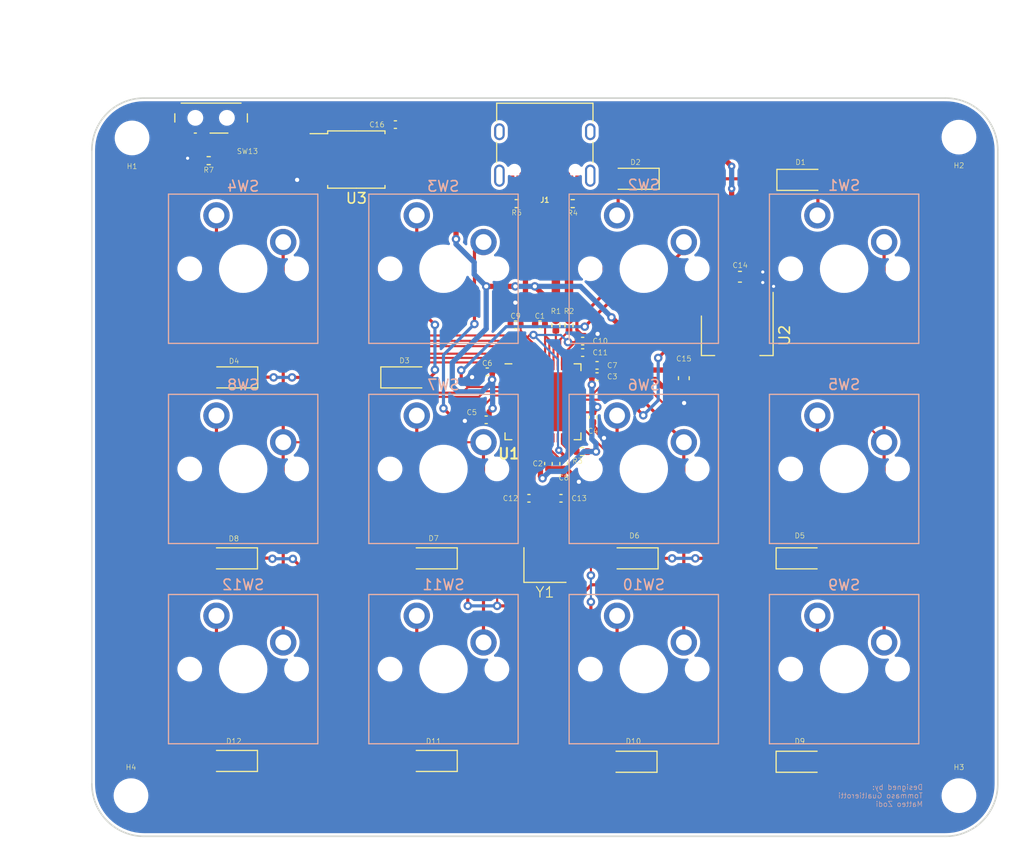
<source format=kicad_pcb>
(kicad_pcb (version 20211014) (generator pcbnew)
  (layers (0 "F.Cu" signal) (31 "B.Cu" power) (34 "B.Paste" user) (35 "F.Paste" user) (36 "B.SilkS" user "B.Silkscreen") (37 "F.SilkS" user "F.Silkscreen") (38 "B.Mask" user) (39 "F.Mask" user) (44 "Edge.Cuts" user))
  (net 0 "")
  (net 1 "+3V3")
  (net 2 "GND")
  (net 3 "+1V1")
  (net 4 "/XIN")
  (net 5 "/XOUT")
  (net 6 "VBUS")
  (net 7 "/ROW_0")
  (net 8 "Net-(D1-Pad2)")
  (net 9 "Net-(D2-Pad2)")
  (net 10 "Net-(D3-Pad2)")
  (net 11 "/ROW_1")
  (net 12 "Net-(D5-Pad2)")
  (net 13 "Net-(D6-Pad2)")
  (net 14 "/ROW_2")
  (net 15 "Net-(D7-Pad2)")
  (net 16 "Net-(D9-Pad2)")
  (net 17 "Net-(J1-PadA5)")
  (net 18 "/USB_D+")
  (net 19 "/USB_D-")
  (net 21 "Net-(J1-PadB5)")
  (net 24 "Net-(R1-Pad1)")
  (net 25 "Net-(R2-Pad1)")
  (net 26 "Net-(R3-Pad2)")
  (net 27 "/~{USB_BOOT}")
  (net 28 "/QSPI_SS")
  (net 29 "/COL_0")
  (net 30 "/COL_1")
  (net 31 "/COL_2")
  (net 55 "/QSPI_SD3")
  (net 56 "/QSPI_SCLK")
  (net 57 "/QSPI_SD0")
  (net 58 "/QSPI_SD2")
  (net 59 "/QSPI_SD1")
  (net 60 "Net-(D4-Pad2)")
  (net 61 "Net-(D8-Pad2)")
  (net 62 "Net-(D10-Pad2)")
  (net 63 "Net-(D11-Pad2)")
  (net 64 "Net-(D12-Pad2)")
  (net 65 "/COL_3")
  (footprint "Resistor_SMD:R_0402_1005Metric" (layer "F.Cu") (at 89.174 65.073 90)
    (fp_text reference "R1")
    (fp_text value "27.4")
  )
  (footprint "Diode_SMD:D_SOD-123" (layer "F.Cu") (at 96.7486 51.1302 180)
    (fp_text reference "D2")
    (fp_text value "D")
  )
  (footprint "Capacitor_SMD:C_0402_1005Metric" (layer "F.Cu") (at 86.614 81.534 180)
    (fp_text reference "C12")
    (fp_text value "10p")
  )
  (footprint "Button_Switch_SMD:SW_SPDT_PCM12" (layer "F.Cu") (at 56.388 45.6616 180)
    (fp_text reference "SW13")
    (fp_text value "SW_SPDT")
  )
  (footprint "Capacitor_SMD:C_0402_1005Metric" (layer "F.Cu") (at 87.658 65.024 180)
    (fp_text reference "C1")
    (fp_text value "100n")
  )
  (footprint "Capacitor_SMD:C_0402_1005Metric" (layer "F.Cu") (at 82.55 74.0664 180)
    (fp_text reference "C5")
    (fp_text value "100n")
  )
  (footprint "MountingHole:MountingHole_2.7mm_M2.5" (layer "F.Cu") (at 127.508 109.8296)
    (fp_text reference "H3")
    (fp_text value "MountingHole")
  )
  (footprint "Capacitor_SMD:C_0402_1005Metric" (layer "F.Cu") (at 89.916 78.232 90)
    (fp_text reference "C8")
    (fp_text value "100n")
  )
  (footprint "MountingHole:MountingHole_2.7mm_M2.5" (layer "F.Cu") (at 127.508 47.1678)
    (fp_text reference "H2")
    (fp_text value "MountingHole")
  )
  (footprint "Capacitor_SMD:C_0603_1608Metric" (layer "F.Cu") (at 106.68 60.452)
    (fp_text reference "C14")
    (fp_text value "10u")
  )
  (footprint "Package_TO_SOT_SMD:SOT-223-3_TabPin2" (layer "F.Cu") (at 106.426 66.04 -90)
    (fp_text reference "U2")
    (fp_text value "NCP1117-3.3_SOT223")
  )
  (footprint "Diode_SMD:D_SOD-123" (layer "F.Cu") (at 112.3696 87.249)
    (fp_text reference "D5")
    (fp_text value "D")
  )
  (footprint "Diode_SMD:D_SOD-123" (layer "F.Cu") (at 96.647 87.249 180)
    (fp_text reference "D6")
    (fp_text value "D")
  )
  (footprint "Diode_SMD:D_SOD-123" (layer "F.Cu") (at 58.547 87.249 180)
    (fp_text reference "D8")
    (fp_text value "D")
  )
  (footprint "Resistor_SMD:R_0402_1005Metric" (layer "F.Cu") (at 90.424 65.073 90)
    (fp_text reference "R2")
    (fp_text value "27.4")
  )
  (footprint "MountingHole:MountingHole_2.7mm_M2.5" (layer "F.Cu") (at 48.768 109.8296)
    (fp_text reference "H4")
    (fp_text value "MountingHole")
  )
  (footprint "Capacitor_SMD:C_0402_1005Metric" (layer "F.Cu") (at 91.722 66.576)
    (fp_text reference "C10")
    (fp_text value "1u")
  )
  (footprint "Diode_SMD:D_SOD-123" (layer "F.Cu") (at 112.4458 51.2318)
    (fp_text reference "D1")
    (fp_text value "D")
  )
  (footprint "Resistor_SMD:R_0402_1005Metric" (layer "F.Cu") (at 56.1594 49.403)
    (fp_text reference "R7")
    (fp_text value "1k")
  )
  (footprint "Resistor_SMD:R_0402_1005Metric" (layer "F.Cu") (at 90.7796 53.4924)
    (fp_text reference "R4")
    (fp_text value "5k1")
  )
  (footprint "Connector_USB:USB_C_Receptacle_XKB_U262-16XN-4BVC11" (layer "F.Cu") (at 88.1251 47.7266 180)
    (fp_text reference "J1")
    (fp_text value "USB_C_Receptacle_USB2.0")
  )
  (footprint "Capacitor_SMD:C_0402_1005Metric" (layer "F.Cu") (at 92.71 73.8124 -90)
    (fp_text reference "C4")
    (fp_text value "100n")
  )
  (footprint "Capacitor_SMD:C_0402_1005Metric" (layer "F.Cu") (at 73.914 45.974)
    (fp_text reference "C16")
    (fp_text value "100n")
  )
  (footprint "Capacitor_SMD:C_0402_1005Metric" (layer "F.Cu") (at 91.722 67.6682)
    (fp_text reference "C11")
    (fp_text value "1u")
  )
  (footprint "Capacitor_SMD:C_0402_1005Metric" (layer "F.Cu") (at 93.091 69.9516)
    (fp_text reference "C3")
    (fp_text value "100n")
  )
  (footprint "Diode_SMD:D_SOD-123" (layer "F.Cu") (at 96.5454 106.6038 180)
    (fp_text reference "D10")
    (fp_text value "D")
  )
  (footprint "Capacitor_SMD:C_0402_1005Metric" (layer "F.Cu") (at 88.4682 78.232 -90)
    (fp_text reference "C2")
    (fp_text value "100n")
  )
  (footprint "Resistor_SMD:R_0402_1005Metric" (layer "F.Cu") (at 85.45 53.4924 180)
    (fp_text reference "R5")
    (fp_text value "5k1")
  )
  (footprint "Diode_SMD:D_SOD-123" (layer "F.Cu") (at 58.547 106.5276 180)
    (fp_text reference "D12")
    (fp_text value "D")
  )
  (footprint "Package_SO:SOIC-8_5.23x5.23mm_P1.27mm" (layer "F.Cu") (at 70.2 49.3)
    (fp_text reference "U3")
    (fp_text value "W25Q128JVS")
  )
  (footprint "Capacitor_SMD:C_0402_1005Metric" (layer "F.Cu") (at 89.662 81.534)
    (fp_text reference "C13")
    (fp_text value "10p")
  )
  (footprint "Diode_SMD:D_SOD-123" (layer "F.Cu") (at 58.5724 70.0278 180)
    (fp_text reference "D4")
    (fp_text value "D")
  )
  (footprint "Capacitor_SMD:C_0603_1608Metric" (layer "F.Cu") (at 101.346 70.104 -90)
    (fp_text reference "C15")
    (fp_text value "10u")
  )
  (footprint "Package_DFN_QFN:QFN-56-1EP_7x7mm_P0.4mm_EP5.6x5.6mm" (layer "F.Cu") (at 87.95 72.348)
    (fp_text reference "U1")
    (fp_text value "RP2040")
  )
  (footprint "Capacitor_SMD:C_0402_1005Metric" (layer "F.Cu") (at 85.344 65.024 180)
    (fp_text reference "C9")
    (fp_text value "100n")
  )
  (footprint "Resistor_SMD:R_0402_1005Metric" (layer "F.Cu") (at 91.6666 77.089 180)
    (fp_text reference "R3")
    (fp_text value "10k")
  )
  (footprint "MountingHole:MountingHole_2.7mm_M2.5" (layer "F.Cu") (at 48.8696 47.244)
    (fp_text reference "H1")
    (fp_text value "MountingHole")
  )
  (footprint "Capacitor_SMD:C_0402_1005Metric" (layer "F.Cu") (at 93.091 68.8848)
    (fp_text reference "C7")
    (fp_text value "100n")
  )
  (footprint "Diode_SMD:D_SOD-123" (layer "F.Cu") (at 112.3696 106.6038)
    (fp_text reference "D9")
    (fp_text value "D")
  )
  (footprint "Diode_SMD:D_SOD-123" (layer "F.Cu") (at 77.5462 106.5276 180)
    (fp_text reference "D11")
    (fp_text value "D")
  )
  (footprint "Capacitor_SMD:C_0402_1005Metric" (layer "F.Cu") (at 82.6516 69.4944 180)
    (fp_text reference "C6")
    (fp_text value "100n")
  )
  (footprint "Diode_SMD:D_SOD-123" (layer "F.Cu") (at 74.7776 70.0278)
    (fp_text reference "D3")
    (fp_text value "D")
  )
  (footprint "Diode_SMD:D_SOD-123" (layer "F.Cu") (at 77.5462 87.249 180)
    (fp_text reference "D7")
    (fp_text value "D")
  )
  (footprint "Crystal:Crystal_SMD_3225-4Pin_3.2x2.5mm" (layer "F.Cu") (at 88.138 87.884)
    (fp_text reference "Y1")
    (fp_text value "12MHz")
  )
  (footprint "Switch_Keyboard_Cherry_MX:SW_Cherry_MX_PCB_1.00u" (layer "B.Cu") (at 78.486 78.74 180)
    (fp_text reference "SW7")
    (fp_text value "KEY_7_12")
  )
  (footprint "Switch_Keyboard_Cherry_MX:SW_Cherry_MX_PCB_1.00u" (layer "B.Cu") (at 116.586 78.74 180)
    (fp_text reference "SW5")
    (fp_text value "KEY_5_10")
  )
  (footprint "Switch_Keyboard_Cherry_MX:SW_Cherry_MX_PCB_1.00u" (layer "B.Cu") (at 97.536 59.69 180)
    (fp_text reference "SW2")
    (fp_text value "KEY_2_01")
  )
  (footprint "Switch_Keyboard_Cherry_MX:SW_Cherry_MX_PCB_1.00u" (layer "B.Cu") (at 97.536 78.74 180)
    (fp_text reference "SW6")
    (fp_text value "KEY_6_11")
  )
  (footprint "Switch_Keyboard_Cherry_MX:SW_Cherry_MX_PCB_1.00u" (layer "B.Cu") (at 97.536 97.79 180)
    (fp_text reference "SW10")
    (fp_text value "KEY_10_21")
  )
  (footprint "Switch_Keyboard_Cherry_MX:SW_Cherry_MX_PCB_1.00u" (layer "B.Cu") (at 59.436 78.74 180)
    (fp_text reference "SW8")
    (fp_text value "KEY_8_13")
  )
  (footprint "Switch_Keyboard_Cherry_MX:SW_Cherry_MX_PCB_1.00u" (layer "B.Cu") (at 116.586 59.69 180)
    (fp_text reference "SW1")
    (fp_text value "KEY_1_00")
  )
  (footprint "Switch_Keyboard_Cherry_MX:SW_Cherry_MX_PCB_1.00u" (layer "B.Cu") (at 78.486 97.79 180)
    (fp_text reference "SW11")
    (fp_text value "KEY_11_22")
  )
  (footprint "Switch_Keyboard_Cherry_MX:SW_Cherry_MX_PCB_1.00u" (layer "B.Cu") (at 116.586 97.79 180)
    (fp_text reference "SW9")
    (fp_text value "KEY_9_20")
  )
  (footprint "Switch_Keyboard_Cherry_MX:SW_Cherry_MX_PCB_1.00u" (layer "B.Cu") (at 59.436 97.79 180)
    (fp_text reference "SW12")
    (fp_text value "KEY_12_23")
  )
  (footprint "Switch_Keyboard_Cherry_MX:SW_Cherry_MX_PCB_1.00u" (layer "B.Cu") (at 59.436 59.69 180)
    (fp_text reference "SW4")
    (fp_text value "KEY_4_03")
  )
  (footprint "Switch_Keyboard_Cherry_MX:SW_Cherry_MX_PCB_1.00u" (layer "B.Cu") (at 78.486 59.69 180)
    (fp_text reference "SW3")
    (fp_text value "KEY_3_02")
  )
  (gr_line (start 50 43.45) (end 126.2 43.45) (layer "Edge.Cuts") (width 0.15))
  (gr_arc (start 126.2 43.45) (mid 129.732472 44.882098) (end 131.199997 48.4) (layer "Edge.Cuts") (width 0.15))
  (gr_arc (start 45.05 48.4) (mid 46.499821 44.899821) (end 50 43.45) (layer "Edge.Cuts") (width 0.15))
  (gr_line (start 131.199997 48.4) (end 131.2 108.75) (layer "Edge.Cuts") (width 0.15))
  (gr_arc (start 50 113.7) (mid 46.489465 112.225179) (end 45.049998 108.7) (layer "Edge.Cuts") (width 0.15))
  (gr_arc (start 131.2 108.75) (mid 129.725178 112.260533) (end 126.2 113.7) (layer "Edge.Cuts") (width 0.15))
  (gr_line (start 45.049998 108.7) (end 45.05 48.4) (layer "Edge.Cuts") (width 0.1))
  (gr_line (start 126.2 113.7) (end 50 113.7) (layer "Edge.Cuts") (width 0.15))
  (gr_text "Designed by:\nTommaso Gualtierotti\nMatteo Zodi" (at 124.1044 109.8296) (layer "B.SilkS") (effects (font (size 0.5 0.5) (thickness 0.05)) (justify left mirror)))
  (segment (start 92.611 68.8848) (end 92.611 68.5572) (width 0.2) (layer "F.Cu") (net 1))
  (segment (start 97.0658 69.329) (end 95.7834 68.0466) (width 0.5) (layer "F.Cu") (net 1))
  (segment (start 92.596378 69.966222) (end 92.611 69.9516) (width 0.5) (layer "F.Cu") (net 1))
  (segment (start 88.55 68.9105) (end 88.55 66.452) (width 0.2) (layer "F.Cu") (net 1))
  (segment (start 88.138 62.3316) (end 88.138 65.024) (width 0.5) (layer "F.Cu") (net 1))
  (segment (start 106.426 69.19) (end 101.485 69.19) (width 0.5) (layer "F.Cu") (net 1))
  (segment (start 91.3875 69.748) (end 92.4074 69.748) (width 0.2) (layer "F.Cu") (net 1))
  (segment (start 82.8294 73.8658) (end 83.03 74.0664) (width 0.5) (layer "F.Cu") (net 1))
  (segment (start 92.6944 73.348) (end 92.71 73.3324) (width 0.2) (layer "F.Cu") (net 1))
  (segment (start 79.6798 50.1396) (end 79.6798 56.8706) (width 0.5) (layer "F.Cu") (net 1))
  (segment (start 92.4306 68.3768) (end 91.4908 68.3768) (width 0.2) (layer "F.Cu") (net 1))
  (segment (start 58.838 47.2916) (end 60.788 47.2916) (width 0.5) (layer "F.Cu") (net 1))
  (segment (start 88.15 65.036) (end 88.138 65.024) (width 0.2) (layer "F.Cu") (net 1))
  (segment (start 92.611 68.6536) (end 93.218 68.0466) (width 0.2) (layer "F.Cu") (net 1))
  (segment (start 87.1728 61.3664) (end 88.138 62.3316) (width 0.5) (layer "F.Cu") (net 1))
  (segment (start 87.7082 79.4278) (end 87.9094 79.629) (width 0.5) (layer "F.Cu") (net 1))
  (segment (start 90.15 68.9105) (end 90.15 68.1174) (width 0.2) (layer "F.Cu") (net 1))
  (segment (start 88.15 66.052) (end 88.15 65.036) (width 0.2) (layer "F.Cu") (net 1))
  (segment (start 58.638 47.0916) (end 58.838 47.2916) (width 0.5) (layer "F.Cu") (net 1))
  (segment (start 88.4682 77.2922) (end 88.15 76.974) (width 0.2) (layer "F.Cu") (net 1))
  (segment (start 73.434 45.974) (end 73.434 47.029) (width 0.5) (layer "F.Cu") (net 1))
  (segment (start 84.2589 69.4944) (end 83.1316 69.4944) (width 0.2) (layer "F.Cu") (net 1))
  (segment (start 90.55 68.9105) (end 92.5853 68.9105) (width 0.2) (layer "F.Cu") (net 1))
  (segment (start 83.1596 72.9742) (end 82.8294 73.3044) (width 0.5) (layer "F.Cu") (net 1))
  (segment (start 83.1316 69.4944) (end 83.1316 70.2257) (width 0.5) (layer "F.Cu") (net 1))
  (segment (start 60.788 47.2916) (end 60.988 47.0916) (width 0.5) (layer "F.Cu") (net 1))
  (segment (start 88.283814 77.752) (end 87.7082 78.327614) (width 0.5) (layer "F.Cu") (net 1))
  (segment (start 82.55 61.3664) (end 85.3186 61.3664) (width 0.5) (layer "F.Cu") (net 1))
  (segment (start 92.611 68.8848) (end 92.611 69.9516) (width 0.2) (layer "F.Cu") (net 1))
  (segment (start 92.4074 69.748) (end 92.611 69.9516) (width 0.2) (layer "F.Cu") (net 1))
  (segment (start 88.15 76.974) (end 88.15 75.7855) (width 0.2) (layer "F.Cu") (net 1))
  (segment (start 60.988 47.0916) (end 63.9064 47.0916) (width 0.5) (layer "F.Cu") (net 1))
  (segment (start 83.2612 74.0664) (end 83.03 74.0664) (width 0.2) (layer "F.Cu") (net 1))
  (segment (start 101.346 69.329) (end 97.0658 69.329) (width 0.5) (layer "F.Cu") (net 1))
  (segment (start 90.5992 67.6682) (end 91.242 67.6682) (width 0.2) (layer "F.Cu") (net 1))
  (segment (start 79.2226 49.6824) (end 79.6798 50.1396) (width 0.5) (layer "F.Cu") (net 1))
  (segment (start 88.4682 77.752) (end 88.4682 77.2922) (width 0.2) (layer "F.Cu") (net 1))
  (segment (start 88.55 66.452) (end 88.15 66.052) (width 0.2) (layer "F.Cu") (net 1))
  (segment (start 94.4626 64.3128) (end 95.7834 65.6336) (width 0.5) (layer "F.Cu") (net 1))
  (segment (start 92.596378 70.726978) (end 92.596378 69.966222) (width 0.5) (layer "F.Cu") (net 1))
  (segment (start 92.5853 68.9105) (end 92.611 68.8848) (width 0.2) (layer "F.Cu") (net 1))
  (segment (start 87.7082 78.327614) (end 87.7082 79.4278) (width 0.5) (layer "F.Cu") (net 1))
  (segment (start 93.1164 72.8475) (end 93.1164 72.926) (width 0.5) (layer "F.Cu") (net 1))
  (segment (start 63.9064 47.0916) (end 65.024 45.974) (width 0.5) (layer "F.Cu") (net 1))
  (segment (start 91.4908 68.3768) (end 91.242 68.128) (width 0.2) (layer "F.Cu") (net 1))
  (segment (start 73.8 47.395) (end 76.9352 47.395) (width 0.5) (layer "F.Cu") (net 1))
  (segment (start 88.4682 77.752) (end 88.283814 77.752) (width 0.5) (layer "F.Cu") (net 1))
  (segment (start 95.7834 68.0466) (end 93.218 68.0466) (width 0.5) (layer "F.Cu") (net 1))
  (segment (start 76.9352 47.395) (end 79.2226 49.6824) (width 0.5) (layer "F.Cu") (net 1))
  (segment (start 91.242 68.128) (end 91.242 67.6682) (width 0.2) (layer "F.Cu") (net 1))
  (segment (start 73.434 47.029) (end 73.8 47.395) (width 0.5) (layer "F.Cu") (net 1))
  (segment (start 83.1316 70.2257) (end 83.1088 70.2485) (width 0.5) (layer "F.Cu") (net 1))
  (segment (start 90.15 68.1174) (end 90.5992 67.6682) (width 0.2) (layer "F.Cu") (net 1))
  (segment (start 88.15 68.9105) (end 88.15 66.052) (width 0.2) (layer "F.Cu") (net 1))
  (segment (start 106.426 62.89) (end 106.426 69.19) (width 0.5) (layer "F.Cu") (net 1))
  (segment (start 82.8294 73.3044) (end 82.8294 73.8658) (width 0.5) (layer "F.Cu") (net 1))
  (segment (start 101.485 69.19) (end 101.346 69.329) (width 0.5) (layer "F.Cu") (net 1))
  (segment (start 83.03 73.1038) (end 83.1596 72.9742) (width 0.2) (layer "F.Cu") (net 1))
  (segment (start 83.9796 73.348) (end 83.2612 74.0664) (width 0.2) (layer "F.Cu") (net 1))
  (segment (start 92.611 68.8848) (end 92.611 68.6536) (width 0.2) (layer "F.Cu") (net 1))
  (segment (start 95.7834 65.6336) (end 95.7834 68.0466) (width 0.5) (layer "F.Cu") (net 1))
  (segment (start 92.990756 77.089) (end 92.1766 77.089) (width 0.5) (layer "F.Cu") (net 1))
  (segment (start 91.3875 73.348) (end 92.6944 73.348) (width 0.2) (layer "F.Cu") (net 1))
  (segment (start 65.024 45.974) (end 73.434 45.974) (width 0.5) (layer "F.Cu") (net 1))
  (segment (start 84.5125 73.348) (end 83.9796 73.348) (width 0.2) (layer "F.Cu") (net 1))
  (segment (start 84.5125 69.748) (end 84.2589 69.4944) (width 0.2) (layer "F.Cu") (net 1))
  (segment (start 93.1164 72.926) (end 92.71 73.3324) (width 0.5) (layer "F.Cu") (net 1))
  (segment (start 92.611 68.5572) (end 92.4306 68.3768) (width 0.2) (layer "F.Cu") (net 1))
  (via (at 85.3186 61.3664) (size 0.8) (drill 0.4) (layers "F.Cu" "B.Cu") (net 1))
  (via (at 82.55 61.3664) (size 0.8) (drill 0.4) (layers "F.Cu" "B.Cu") (net 1))
  (via (at 83.1596 72.9742) (size 0.8) (drill 0.4) (layers "F.Cu" "B.Cu") (net 1))
  (via (at 92.990756 77.089) (size 0.8) (drill 0.4) (layers "F.Cu" "B.Cu") (net 1))
  (via (at 83.1088 70.2485) (size 0.8) (drill 0.4) (layers "F.Cu" "B.Cu") (net 1))
  (via (at 79.6798 56.8706) (size 0.8) (drill 0.4) (layers "F.Cu" "B.Cu") (net 1))
  (via (at 93.1164 72.8475) (size 0.8) (drill 0.4) (layers "F.Cu" "B.Cu") (net 1))
  (via (at 87.1728 61.3664) (size 0.8) (drill 0.4) (layers "F.Cu" "B.Cu") (net 1))
  (via (at 94.4626 64.3128) (size 0.8) (drill 0.4) (layers "F.Cu" "B.Cu") (net 1))
  (via (at 87.9094 79.629) (size 0.8) (drill 0.4) (layers "F.Cu" "B.Cu") (net 1))
  (via (at 92.596378 70.726978) (size 0.8) (drill 0.4) (layers "F.Cu" "B.Cu") (net 1))
  (segment (start 81.407 60.2234) (end 82.55 61.3664) (width 0.5) (layer "B.Cu") (net 1))
  (segment (start 83.1596 72.9742) (end 83.1596 70.2993) (width 0.5) (layer "B.Cu") (net 1))
  (segment (start 81.407 59.8932) (end 81.407 60.2234) (width 0.5) (layer "B.Cu") (net 1))
  (segment (start 83.1088 70.4342) (end 83.1088 70.2485) (width 0.5) (layer "B.Cu") (net 1))
  (segment (start 91.5162 61.3664) (end 94.4626 64.3128) (width 0.5) (layer "B.Cu") (net 1))
  (segment (start 92.990756 77.089) (end 91.8464 77.089) (width 0.5) (layer "B.Cu") (net 1))
  (segment (start 92.5966 75.9088) (end 92.5966 72.5288) (width 0.5) (layer "B.Cu") (net 1))
  (segment (start 81.407 59.075464) (end 81.407 59.8932) (width 0.5) (layer "B.Cu") (net 1))
  (segment (start 93.1164 72.8475) (end 92.7977 72.5288) (width 0.5) (layer "B.Cu") (net 1))
  (segment (start 79.3242 70.866) (end 79.8576 71.3994) (width 0.5) (layer "B.Cu") (net 1))
  (segment (start 87.1728 61.3664) (end 91.5162 61.3664) (width 0.5) (layer "B.Cu") (net 1))
  (segment (start 92.7977 72.5288) (end 92.5966 72.5288) (width 0.5) (layer "B.Cu") (net 1))
  (segment (start 92.5966 70.7272) (end 92.596378 70.726978) (width 0.5) (layer "B.Cu") (net 1))
  (segment (start 79.6798 56.8706) (end 79.6798 57.348264) (width 0.5) (layer "B.Cu") (net 1))
  (segment (start 92.990756 76.302956) (end 92.5966 75.9088) (width 0.5) (layer "B.Cu") (net 1))
  (segment (start 79.3242 68.6308) (end 79.3242 70.866) (width 0.5) (layer "B.Cu") (net 1))
  (segment (start 82.55 61.3664) (end 82.55 65.405) (width 0.5) (layer "B.Cu") (net 1))
  (segment (start 89.9668 78.9686) (end 88.5698 78.9686) (width 0.5) (layer "B.Cu") (net 1))
  (segment (start 92.990756 77.089) (end 92.990756 76.302956) (width 0.5) (layer "B.Cu") (net 1))
  (segment (start 88.5698 78.9686) (end 87.9094 79.629) (width 0.5) (layer "B.Cu") (net 1))
  (segment (start 79.6798 57.348264) (end 81.407 59.075464) (width 0.5) (layer "B.Cu") (net 1))
  (segment (start 83.1596 70.2993) (end 83.1088 70.2485) (width 0.2) (layer "B.Cu") (net 1))
  (segment (start 79.8576 71.3994) (end 82.1436 71.3994) (width 0.5) (layer "B.Cu") (net 1))
  (segment (start 82.1436 71.3994) (end 83.1088 70.4342) (width 0.5) (layer "B.Cu") (net 1))
  (segment (start 85.3186 61.3664) (end 87.1728 61.3664) (width 0.5) (layer "B.Cu") (net 1))
  (segment (start 92.5966 72.5288) (end 92.5966 70.7272) (width 0.5) (layer "B.Cu") (net 1))
  (segment (start 82.55 65.405) (end 79.3242 68.6308) (width 0.5) (layer "B.Cu") (net 1))
  (segment (start 91.8464 77.089) (end 89.9668 78.9686) (width 0.5) (layer "B.Cu") (net 1))
  (segment (start 92.202 67.6682) (end 92.202 66.576) (width 0.5) (layer "F.Cu") (net 2))
  (segment (start 81.7626 53.4924) (end 84.94 53.4924) (width 0.5) (layer "F.Cu") (net 2))
  (segment (start 84.7751 51.3966) (end 85.0751 51.3966) (width 0.3) (layer "F.Cu") (net 2))
  (segment (start 90.4884 88.734) (end 91.44 87.7824) (width 0.5) (layer "F.Cu") (net 2))
  (segment (start 91.44 87.7824) (end 91.44 82.7278) (width 0.5) (layer "F.Cu") (net 2))
  (segment (start 85.3186 63.881) (end 86.2838 63.881) (width 0.5) (layer "F.Cu") (net 2))
  (segment (start 86.95 75.7855) (end 86.95 73.348) (width 0.2) (layer "F.Cu") (net 2))
  (segment (start 74.394 45.974) (end 77.8764 45.974) (width 0.5) (layer "F.Cu") (net 2))
  (segment (start 101.346 70.879) (end 101.346 72.4408) (width 0.5) (layer "F.Cu") (net 2))
  (segment (start 92.202 66.576) (end 92.4534 66.576) (width 0.5) (layer "F.Cu") (net 2))
  (segment (start 86.2838 57.8866) (end 86.2838 63.881) (width 0.5) (layer "F.Cu") (net 2))
  (segment (start 87.249 64.3128) (end 87.249 64.953) (width 0.5) (layer "F.Cu") (net 2))
  (segment (start 81.7118 69.4944) (end 81.2038 70.0024) (width 0.5) (layer "F.Cu") (net 2))
  (segment (start 85.8774 81.2774) (end 85.8774 77.4446) (width 0.5) (layer "F.Cu") (net 2))
  (segment (start 81.026 49.1236) (end 81.026 52.7558) (width 0.5) (layer "F.Cu") (net 2))
  (segment (start 89.238 88.734) (end 90.4884 88.734) (width 0.5) (layer "F.Cu") (net 2))
  (segment (start 110.134 62.89) (end 108.726 62.89) (width 0.5) (layer "F.Cu") (net 2))
  (segment (start 86.2838 63.881) (end 86.8172 63.881) (width 0.5) (layer "F.Cu") (net 2))
  (segment (start 91.2896 54.866) (end 93.853 57.4294) (width 0.5) (layer "F.Cu") (net 2))
  (segment (start 85.1408 87.8586) (end 85.1408 89.9414) (width 0.5) (layer "F.Cu") (net 2))
  (segment (start 92.4534 66.576) (end 93.1418 65.8876) (width 0.5) (layer "F.Cu") (net 2))
  (segment (start 90.142 80.363) (end 90.142 81.534) (width 0.5) (layer "F.Cu") (net 2))
  (segment (start 84.94 53.4924) (end 84.9 53.4524) (width 0.5) (layer "F.Cu") (net 2))
  (segment (start 93.8504 70.231) (end 93.571 69.9516) (width 0.5) (layer "F.Cu") (net 2))
  (segment (start 84.864 65.024) (end 84.864 64.3356) (width 0.5) (layer "F.Cu") (net 2))
  (segment (start 89.916 80.137) (end 90.142 80.363) (width 0.5) (layer "F.Cu") (net 2))
  (segment (start 99.2762 70.879) (end 98.6282 70.231) (width 0.5) (layer "F.Cu") (net 2))
  (segment (start 86.106 81.506) (end 86.134 81.534) (width 0.2) (layer "F.Cu") (net 2))
  (segment (start 66.6 51.205) (end 64.5936 51.205) (width 0.5) (layer "F.Cu") (net 2))
  (segment (start 85.9654 87.034) (end 85.1408 87.8586) (width 0.5) (layer "F.Cu") (net 2))
  (segment (start 54.138 49.1596) (end 54.138 47.0916) (width 0.5) (layer "F.Cu") (net 2))
  (segment (start 101.346 70.879) (end 102.095 71.628) (width 0.5) (layer "F.Cu") (net 2))
  (segment (start 84.9 53.4524) (end 84.9 51.3966) (width 0.5) (layer "F.Cu") (net 2))
  (segment (start 93.853 61.976) (end 91.1726 64.6564) (width 0.3) (layer "F.Cu") (net 2))
  (segment (start 93.853 57.4294) (end 93.853 61.976) (width 0.5) (layer "F.Cu") (net 2))
  (segment (start 81.026 52.7558) (end 81.7626 53.4924) (width 0.5) (layer "F.Cu") (net 2))
  (segment (start 91.2896 53.4924) (end 91.2751 53.4779) (width 0.5) (layer "F.Cu") (net 2))
  (segment (start 86.8172 63.881) (end 87.249 64.3128) (width 0.5) (layer "F.Cu") (net 2))
  (segment (start 91.4751 51.3966) (end 91.1751 51.3966) (width 0.3) (layer "F.Cu") (net 2))
  (segment (start 54.1528 49.1744) (end 54.138 49.1596) (width 0.5) (layer "F.Cu") (net 2))
  (segment (start 82.07 74.0664) (end 80.6196 74.0664) (width 0.5) (layer "F.Cu") (net 2))
  (segment (start 93.571 68.8848) (end 93.571 69.9516) (width 0.5) (layer "F.Cu") (net 2))
  (segment (start 86.2838 63.881) (end 85.3186 62.9158) (width 0.5) (layer "F.Cu") (net 2))
  (segment (start 85.8774 77.4446) (end 86.106 77.216) (width 0.5) (layer "F.Cu") (net 2))
  (segment (start 86.95 75.7855) (end 86.95 76.372) (width 0.2) (layer "F.Cu") (net 2))
  (segment (start 87.038 87.034) (end 85.9654 87.034) (width 0.5) (layer "F.Cu") (net 2))
  (segment (start 86.95 73.348) (end 87.95 72.348) (width 0.2) (layer "F.Cu") (net 2))
  (segment (start 92.202 66.2058) (end 92.202 66.576) (width 0.3) (layer "F.Cu") (net 2))
  (segment (start 101.346 70.879) (end 99.2762 70.879) (width 0.5) (layer "F.Cu") (net 2))
  (segment (start 91.1726 65.512461) (end 91.611939 65.9518) (width 0.3) (layer "F.Cu") (net 2))
  (segment (start 86.134 81.534) (end 86.134 86.13) (width 0.5) (layer "F.Cu") (net 2))
  (segment (start 91.1726 64.6564) (end 91.1726 65.512461) (width 0.3) (layer "F.Cu") (net 2))
  (segment (start 77.8764 45.974) (end 81.026 49.1236) (width 0.5) (layer "F.Cu") (net 2))
  (segment (start 84.94 56.5428) (end 86.2838 57.8866) (width 0.5) (layer "F.Cu") (net 2))
  (segment (start 80.6196 74.0664) (end 80.518 74.168) (width 0.5) (layer "F.Cu") (net 2))
  (segment (start 89.916 78.712) (end 90.1166 78.712) (width 0.5) (layer "F.Cu") (net 2))
  (segment (start 84.864 64.3356) (end 85.3186 63.881) (width 0.5) (layer "F.Cu") (net 2))
  (segment (start 91.611939 65.9518) (end 91.948 65.9518) (width 0.3) (layer "F.Cu") (net 2))
  (segment (start 89.916 78.712) (end 89.916 80.137) (width 0.5) (layer "F.Cu") (net 2))
  (segment (start 91.948 65.9518) (end 92.202 66.2058) (width 0.3) (layer "F.Cu") (net 2))
  (segment (start 109.982 71.628) (end 111.506 70.104) (width 0.5) (layer "F.Cu") (net 2))
  (segment (start 101.346 72.4408) (end 101.3714 72.4662) (width 0.5) (layer "F.Cu") (net 2))
  (segment (start 111.506 70.104) (end 111.506 64.262) (width 0.5) (layer "F.Cu") (net 2))
  (segment (start 89.238 89.6796) (end 89.238 88.734) (width 0.5) (layer "F.Cu") (net 2))
  (segment (start 82.1716 69.4944) (end 81.7118 69.4944) (width 0.5) (layer "F.Cu") (net 2))
  (segment (start 92.71 74.2924) (end 92.71 74.7522) (width 0.5) (layer "F.Cu") (net 2))
  (segment (start 88.1634 90.7542) (end 89.238 89.6796) (width 0.5) (layer "F.Cu") (net 2))
  (segment (start 88.646 78.712) (end 89.916 78.712) (width 0.5) (layer "F.Cu") (net 2))
  (segment (start 92.71 74.7522) (end 93.7514 75.7936) (width 0.5) (layer "F.Cu") (net 2))
  (segment (start 90.2462 81.534) (end 90.142 81.534) (width 0.5) (layer "F.Cu") (net 2))
  (segment (start 64.5936 51.205) (end 64.5668 51.2318) (width 0.5) (layer "F.Cu") (net 2))
  (segment (start 91.2751 53.4779) (end 91.2751 51.3966) (width 0.5) (layer "F.Cu") (net 2))
  (segment (start 91.2896 53.4924) (end 91.2896 54.866) (width 0.5) (layer "F.Cu") (net 2))
  (segment (start 87.249 64.953) (end 87.178 65.024) (width 0.5) (layer "F.Cu") (net 2))
  (segment (start 90.1166 78.712) (end 91.3638 79.9592) (width 0.5) (layer "F.Cu") (net 2))
  (segment (start 98.6282 70.231) (end 93.8504 70.231) (width 0.5) (layer "F.Cu") (net 2))
  (segment (start 86.95 76.372) (end 86.106 77.216) (width 0.2) (layer "F.Cu") (net 2))
  (segment (start 85.9536 90.7542) (end 88.1634 90.7542) (width 0.5) (layer "F.Cu") (net 2))
  (segment (start 102.095 71.628) (end 109.982 71.628) (width 0.5) (layer "F.Cu") (net 2))
  (segment (start 91.44 82.7278) (end 90.2462 81.534) (width 0.5) (layer "F.Cu") (net 2))
  (segment (start 111.506 64.262) (end 110.134 62.89) (width 0.5) (layer "F.Cu") (net 2))
  (segment (start 86.134 81.534) (end 85.8774 81.2774) (width 0.5) (layer "F.Cu") (net 2))
  (segment (start 86.134 86.13) (end 87.038 87.034) (width 0.5) (layer "F.Cu") (net 2))
  (segment (start 84.94 53.4924) (end 84.94 56.5428) (width 0.5) (layer "F.Cu") (net 2))
  (segment (start 85.1408 89.9414) (end 85.9536 90.7542) (width 0.5) (layer "F.Cu") (net 2))
  (via (at 93.7514 75.7936) (size 0.8) (drill 0.4) (layers "F.Cu" "B.Cu") (net 2))
  (via (at 81.2038 70.0024) (size 0.8) (drill 0.4) (layers "F.Cu" "B.Cu") (net 2))
  (via (at 101.3714 72.4662) (size 0.8) (drill 0.4) (layers "F.Cu" "B.Cu") (net 2))
  (via (at 54.1528 49.1744) (size 0.7) (drill 0.3) (layers "F.Cu" "B.Cu") (net 2))
  (via (at 64.5668 51.2318) (size 0.8) (drill 0.4) (layers "F.Cu" "B.Cu") (net 2))
  (via (at 108.85 61) (size 0.7) (drill 0.3) (layers "F.Cu" "B.Cu") (net 2))
  (via (at 91.3638 79.9592) (size 0.8) (drill 0.4) (layers "F.Cu" "B.Cu") (net 2))
  (via (at 108.85 60) (size 0.7) (drill 0.3) (layers "F.Cu" "B.Cu") (net 2))
  (via (at 80.518 74.168) (size 0.8) (drill 0.4) (layers "F.Cu" "B.Cu") (net 2))
  (via (at 109.8804 61.3664) (size 0.7) (drill 0.3) (layers "F.Cu" "B.Cu") (net 2))
  (via (at 85.3186 62.9158) (size 0.8) (drill 0.4) (layers "F.Cu" "B.Cu") (net 2))
  (via (at 93.1418 65.8876) (size 0.8) (drill 0.4) (layers "F.Cu" "B.Cu") (net 2))
  (segment (start 87.75 68.9105) (end 87.75 67.510942) (width 0.2) (layer "F.Cu") (net 3))
  (segment (start 90.324678 66.671566) (end 91.146434 66.671566) (width 0.2) (layer "F.Cu") (net 3))
  (segment (start 91.125714 66.576) (end 91.242 66.576) (width 0.2) (layer "F.Cu") (net 3))
  (segment (start 89.5122 77.752) (end 89.916 77.752) (width 0.2) (layer "F.Cu") (net 3))
  (segment (start 86.6902 65.9892) (end 87.0458 65.9892) (width 0.2) (layer "F.Cu") (net 3))
  (segment (start 88.55 76.7898) (end 89.5122 77.752) (width 0.2) (layer "F.Cu") (net 3))
  (segment (start 91.146434 66.671566) (end 91.242 66.576) (width 0.2) (layer "F.Cu") (net 3))
  (segment (start 86.459229 66.220171) (end 86.6902 65.9892) (width 0.2) (layer "F.Cu") (net 3))
  (segment (start 89.75 67.951714) (end 91.125714 66.576) (width 0.2) (layer "F.Cu") (net 3))
  (segment (start 88.55 75.7855) (end 88.55 76.7898) (width 0.2) (layer "F.Cu") (net 3))
  (segment (start 86.459229 66.220171) (end 85.879058 65.64) (width 0.2) (layer "F.Cu") (net 3))
  (segment (start 87.75 67.510942) (end 86.459229 66.220171) (width 0.2) (layer "F.Cu") (net 3))
  (segment (start 85.879058 65.64) (end 85.824 65.64) (width 0.2) (layer "F.Cu") (net 3))
  (segment (start 85.824 65.64) (end 85.824 65.024) (width 0.2) (layer "F.Cu") (net 3))
  (segment (start 89.456625 76.963957) (end 89.916 77.423332) (width 0.3) (layer "F.Cu") (net 3))
  (segment (start 89.916 77.423332) (end 89.916 77.752) (width 0.3) (layer "F.Cu") (net 3))
  (segment (start 89.75 68.9105) (end 89.75 67.951714) (width 0.2) (layer "F.Cu") (net 3))
  (via (at 87.0458 65.9892) (size 0.8) (drill 0.4) (layers "F.Cu" "B.Cu") (net 3))
  (via (at 90.324678 66.671566) (size 0.8) (drill 0.4) (layers "F.Cu" "B.Cu") (net 3))
  (via (at 89.456625 76.963957) (size 0.7) (drill 0.3) (layers "F.Cu" "B.Cu") (net 3))
  (segment (start 89.456625 76.963957) (end 89.379491 76.886823) (width 0.2) (layer "B.Cu") (net 3))
  (segment (start 89.379491 68.322891) (end 87.0458 65.9892) (width 0.2) (layer "B.Cu") (net 3))
  (segment (start 89.379491 76.886823) (end 89.379491 68.322891) (width 0.2) (layer "B.Cu") (net 3))
  (segment (start 87.0458 65.9892) (end 89.642312 65.9892) (width 0.2) (layer "B.Cu") (net 3))
  (segment (start 89.642312 65.9892) (end 90.324678 66.671566) (width 0.2) (layer "B.Cu") (net 3))
  (segment (start 86.6648 77.343) (end 87.35 76.6578) (width 0.2) (layer "F.Cu") (net 4))
  (segment (start 87.288 88.734) (end 87.038 88.734) (width 0.3) (layer "F.Cu") (net 4))
  (segment (start 87.094 81.534) (end 87.094 84.554) (width 0.3) (layer "F.Cu") (net 4))
  (segment (start 86.6648 80.4164) (end 86.6648 77.343) (width 0.2) (layer "F.Cu") (net 4))
  (segment (start 88.138 85.598) (end 88.138 87.884) (width 0.3) (layer "F.Cu") (net 4))
  (segment (start 87.094 84.554) (end 88.138 85.598) (width 0.3) (layer "F.Cu") (net 4))
  (segment (start 87.35 76.6578) (end 87.35 75.7855) (width 0.2) (layer "F.Cu") (net 4))
  (segment (start 87.0966 81.5314) (end 87.0966 80.8482) (width 0.2) (layer "F.Cu") (net 4))
  (segment (start 87.0966 80.8482) (end 86.6648 80.4164) (width 0.2) (layer "F.Cu") (net 4))
  (segment (start 88.138 87.884) (end 87.288 88.734) (width 0.3) (layer "F.Cu") (net 4))
  (segment (start 87.1474 80.01) (end 88.6714 81.534) (width 0.2) (layer "F.Cu") (net 5))
  (segment (start 89.182 81.534) (end 89.238 81.59) (width 0.3) (layer "F.Cu") (net 5))
  (segment (start 88.6714 81.534) (end 89.182 81.534) (width 0.2) (layer "F.Cu") (net 5))
  (segment (start 87.1474 77.5462) (end 87.1474 80.01) (width 0.2) (layer "F.Cu") (net 5))
  (segment (start 89.238 81.59) (end 89.238 87.034) (width 0.3) (layer "F.Cu") (net 5))
  (segment (start 87.75 75.7855) (end 87.75 76.9436) (width 0.2) (layer "F.Cu") (net 5))
  (segment (start 87.75 76.9436) (end 87.1474 77.5462) (width 0.2) (layer "F.Cu") (net 5))
  (segment (start 105.8926 60.4396) (end 105.905 60.452) (width 0.5) (layer "F.Cu") (net 6))
  (segment (start 90.3751 51.3966) (end 90.6751 51.3966) (width 0.3) (layer "F.Cu") (net 6))
  (segment (start 87.975 48.5902) (end 88.1152 48.5902) (width 0.5) (layer "F.Cu") (net 6))
  (segment (start 88.1152 48.5902) (end 104.5464 48.5902) (width 0.5) (layer "F.Cu") (net 6))
  (segment (start 90.3751 51.3966) (end 90.3751 50.6751) (width 0.3) (layer "F.Cu") (net 6))
  (segment (start 90.3751 50.6751) (end 88.2902 48.5902) (width 0.3) (layer "F.Cu") (net 6))
  (segment (start 88.2902 48.5902) (end 88.1152 48.5902) (width 0.3) (layer "F.Cu") (net 6))
  (segment (start 85.8751 51.3966) (end 85.5751 51.3966) (width 0.3) (layer "F.Cu") (net 6))
  (segment (start 105.8926 52.07) (end 105.8926 60.4396) (width 0.5) (layer "F.Cu") (net 6))
  (segment (start 104.5464 48.5902) (end 105.8926 49.9364) (width 0.5) (layer "F.Cu") (net 6))
  (segment (start 85.8751 50.6749) (end 87.9598 48.5902) (width 0.3) (layer "F.Cu") (net 6))
  (segment (start 85.8751 51.3966) (end 85.8751 50.6749) (width 0.3) (layer "F.Cu") (net 6))
  (via (at 105.8926 52.07) (size 0.7) (drill 0.3) (layers "F.Cu" "B.Cu") (net 6))
  (via (at 105.8926 49.9364) (size 0.7) (drill 0.3) (layers "F.Cu" "B.Cu") (net 6))
  (segment (start 105.8926 49.9364) (end 105.8926 52.07) (width 0.5) (layer "B.Cu") (net 6))
  (segment (start 80.8482 70.9168) (end 80.283 71.482) (width 0.2) (layer "F.Cu") (net 7))
  (segment (start 98.3986 54.611) (end 96.2152 56.7944) (width 0.3) (layer "F.Cu") (net 7))
  (segment (start 98.3986 51.1302) (end 98.3986 54.611) (width 0.3) (layer "F.Cu") (net 7))
  (segment (start 80.283 71.482) (end 74.5818 71.482) (width 0.2) (layer "F.Cu") (net 7))
  (segment (start 62.3316 70.0278) (end 62.3062 70.0024) (width 0.3) (layer "F.Cu") (net 7))
  (segment (start 80.1737 70.2423) (end 80.8482 70.9168) (width 0.3) (layer "F.Cu") (net 7))
  (segment (start 74.5818 71.482) (end 73.1276 70.0278) (width 0.2) (layer "F.Cu") (net 7))
  (segment (start 94.5642 62.5602) (end 91.9226 65.2018) (width 0.3) (layer "F.Cu") (net 7))
  (segment (start 80.8794 70.948) (end 84.5125 70.948) (width 0.2) (layer "F.Cu") (net 7))
  (segment (start 80.1737 69.346129) (end 80.1737 70.2423) (width 0.3) (layer "F.Cu") (net 7))
  (segment (start 110.6942 51.1302) (end 110.7958 51.2318) (width 0.3) (layer "F.Cu") (net 7))
  (segment (start 62.3062 70.0024) (end 60.2478 70.0024) (width 0.3) (layer "F.Cu") (net 7))
  (segment (start 64.0842 70.0278) (end 73.1276 70.0278) (width 0.3) (layer "F.Cu") (net 7))
  (segment (start 94.5642 61.341) (end 94.5642 62.5602) (width 0.3) (layer "F.Cu") (net 7))
  (segment (start 98.3986 51.1302) (end 110.6942 51.1302) (width 0.3) (layer "F.Cu") (net 7))
  (segment (start 96.2152 56.7944) (end 94.5642 58.4454) (width 0.3) (layer "F.Cu") (net 7))
  (segment (start 60.2478 70.0024) (end 60.2224 70.0278) (width 0.3) (layer "F.Cu") (net 7))
  (segment (start 80.8482 70.9168) (end 80.8794 70.948) (width 0.2) (layer "F.Cu") (net 7))
  (segment (start 94.5642 58.4454) (end 94.5642 61.341) (width 0.3) (layer "F.Cu") (net 7))
  (via (at 80.1737 69.346129) (size 0.8) (drill 0.4) (layers "F.Cu" "B.Cu") (net 7))
  (via (at 62.3316 70.0278) (size 0.8) (drill 0.4) (layers "F.Cu" "B.Cu") (net 7))
  (via (at 91.9226 65.2018) (size 0.8) (drill 0.4) (layers "F.Cu" "B.Cu") (net 7))
  (via (at 64.0842 70.0278) (size 0.8) (drill 0.4) (layers "F.Cu" "B.Cu") (net 7))
  (segment (start 84.455 65.2018) (end 91.9226 65.2018) (width 0.3) (layer "B.Cu") (net 7))
  (segment (start 80.310671 69.346129) (end 84.455 65.2018) (width 0.3) (layer "B.Cu") (net 7))
  (segment (start 62.3316 70.0278) (end 64.0842 70.0278) (width 0.3) (layer "B.Cu") (net 7))
  (segment (start 80.1737 69.346129) (end 80.310671 69.346129) (width 0.3) (layer "B.Cu") (net 7))
  (segment (start 114.0958 51.2318) (end 114.0958 54.5602) (width 0.3) (layer "F.Cu") (net 8))
  (segment (start 114.0958 54.5602) (end 114.046 54.61) (width 0.3) (layer "F.Cu") (net 8))
  (segment (start 95.0986 51.1302) (end 95.0986 54.5074) (width 0.3) (layer "F.Cu") (net 9))
  (segment (start 95.0986 54.5074) (end 94.996 54.61) (width 0.3) (layer "F.Cu") (net 9))
  (segment (start 77.6732 65.024) (end 75.946 63.2968) (width 0.3) (layer "F.Cu") (net 10))
  (segment (start 77.6732 69.5706) (end 77.6732 69.3049) (width 0.3) (layer "F.Cu") (net 10))
  (segment (start 76.4276 70.0278) (end 77.216 70.0278) (width 0.3) (layer "F.Cu") (net 10))
  (segment (start 77.216 70.0278) (end 77.6732 69.5706) (width 0.3) (layer "F.Cu") (net 10))
  (segment (start 75.946 63.2968) (end 75.946 54.61) (width 0.3) (layer "F.Cu") (net 10))
  (via (at 77.6732 65.024) (size 0.8) (drill 0.4) (layers "F.Cu" "B.Cu") (net 10))
  (via (at 77.6732 69.3049) (size 0.8) (drill 0.4) (layers "F.Cu" "B.Cu") (net 10))
  (segment (start 77.6732 69.3049) (end 77.6732 65.024) (width 0.3) (layer "B.Cu") (net 10))
  (segment (start 84.9122 77.6224) (end 84.8614 77.6732) (width 0.2) (layer "F.Cu") (net 11))
  (segment (start 83.5914 81.4324) (end 83.5914 91.7702) (width 0.2) (layer "F.Cu") (net 11))
  (segment (start 84.8614 80.1624) (end 83.8454 81.1784) (width 0.2) (layer "F.Cu") (net 11))
  (segment (start 98.297 88.266) (end 98.297 87.249) (width 0.3) (layer "F.Cu") (net 11))
  (segment (start 64.1604 87.2998) (end 66.4972 89.6366) (width 0.3) (layer "F.Cu") (net 11))
  (segment (start 98.297 87.249) (end 100.2284 87.249) (width 0.3) (layer "F.Cu") (net 11))
  (segment (start 92.5576 89.7636) (end 96.7994 89.7636) (width 0.3) (layer "F.Cu") (net 11))
  (segment (start 78.1802 89.6366) (end 79.1962 88.6206) (width 0.3) (layer "F.Cu") (net 11))
  (segment (start 83.8454 81.1784) (end 83.5914 81.4324) (width 0.2) (layer "F.Cu") (net 11))
  (segment (start 79.1962 88.6206) (end 79.1962 87.249) (width 0.3) (layer "F.Cu") (net 11))
  (segment (start 66.4972 89.6366) (end 78.1802 89.6366) (width 0.3) (layer "F.Cu") (net 11))
  (segment (start 90.551 91.7702) (end 92.5576 89.7636) (width 0.3) (layer "F.Cu") (net 11))
  (segment (start 85.35 75.7855) (end 85.35 77.1846) (width 0.2) (layer "F.Cu") (net 11))
  (segment (start 80.7974 87.7824) (end 80.7974 91.7702) (width 0.3) (layer "F.Cu") (net 11))
  (segment (start 102.4382 87.249) (end 110.7196 87.249) (width 0.3) (layer "F.Cu") (net 11))
  (segment (start 62.2173 87.2871) (end 62.1538 87.2236) (width 0.3) (layer "F.Cu") (net 11))
  (segment (start 83.5914 91.7702) (end 90.551 91.7702) (width 0.3) (layer "F.Cu") (net 11))
  (segment (start 62.1538 87.2236) (end 60.1716 87.2236) (width 0.3) (layer "F.Cu") (net 11))
  (segment (start 80.264 87.249) (end 80.7974 87.7824) (width 0.3) (layer "F.Cu") (net 11))
  (segment (start 85.35 77.1846) (end 84.9122 77.6224) (width 0.2) (layer "F.Cu") (net 11))
  (segment (start 96.7994 89.7636) (end 98.297 88.266) (width 0.3) (layer "F.Cu") (net 11))
  (segment (start 84.8614 77.6732) (end 84.8614 79.9846) (width 0.2) (layer "F.Cu") (net 11))
  (segment (start 79.1962 87.249) (end 80.264 87.249) (width 0.3) (layer "F.Cu") (net 11))
  (segment (start 84.8614 79.9846) (end 84.8614 80.1624) (width 0.2) (layer "F.Cu") (net 11))
  (via (at 83.5914 91.7702) (size 0.8) (drill 0.4) (layers "F.Cu" "B.Cu") (net 11))
  (via (at 100.2284 87.249) (size 0.8) (drill 0.4) (layers "F.Cu" "B.Cu") (net 11))
  (via (at 62.2173 87.2871) (size 0.8) (drill 0.4) (layers "F.Cu" "B.Cu") (net 11))
  (via (at 102.4382 87.249) (size 0.8) (drill 0.4) (layers "F.Cu" "B.Cu") (net 11))
  (via (at 80.7974 91.7702) (size 0.8) (drill 0.4) (layers "F.Cu" "B.Cu") (net 11))
  (via (at 64.1604 87.2998) (size 0.8) (drill 0.4) (layers "F.Cu" "B.Cu") (net 11))
  (segment (start 83.5914 91.7702) (end 80.7974 91.7702) (width 0.3) (layer "B.Cu") (net 11))
  (segment (start 100.2284 87.249) (end 102.4382 87.249) (width 0.3) (layer "B.Cu") (net 11))
  (segment (start 64.1477 87.2871) (end 62.2173 87.2871) (width 0.3) (layer "B.Cu") (net 11))
  (segment (start 64.1604 87.2998) (end 64.1477 87.2871) (width 0.3) (layer "B.Cu") (net 11))
  (segment (start 114.046 73.66) (end 114.046 87.2226) (width 0.3) (layer "F.Cu") (net 12))
  (segment (start 94.996 73.66) (end 94.996 87.248) (width 0.3) (layer "F.Cu") (net 13))
  (segment (start 60.197 106.5276) (end 62.5794 108.91) (width 0.3) (layer "F.Cu") (net 14))
  (segment (start 94.1832 80.2132) (end 94.1832 77.2922) (width 0.2) (layer "F.Cu") (net 14))
  (segment (start 92.51 109.02) (end 96.51 109.02) (width 0.3) (layer "F.Cu") (net 14))
  (segment (start 92.5068 91.3892) (end 92.5068 93.4212) (width 0.3) (layer "F.Cu") (net 14))
  (segment (start 98.1954 107.3346) (end 98.1954 106.6038) (width 0.3) (layer "F.Cu") (net 14))
  (segment (start 77.04 108.91) (end 79.1962 106.7538) (width 0.3) (layer "F.Cu") (net 14))
  (segment (start 92.5068 93.4212) (end 87.5284 98.3996) (width 0.3) (layer "F.Cu") (net 14))
  (segment (start 87.5284 98.3996) (end 87.5284 106.5276) (width 0.3) (layer "F.Cu") (net 14))
  (segment (start 94.1832 77.2922) (end 91.839 74.948) (width 0.2) (layer "F.Cu") (net 14))
  (segment (start 90.0176 106.5276) (end 92.51 109.02) (width 0.3) (layer "F.Cu") (net 14))
  (segment (start 79.1962 106.7538) (end 79.1962 106.5276) (width 0.3) (layer "F.Cu") (net 14))
  (segment (start 91.839 74.948) (end 91.3875 74.948) (width 0.2) (layer "F.Cu") (net 14))
  (segment (start 92.5068 88.8746) (end 92.5068 88.773) (width 0.2) (layer "F.Cu") (net 14))
  (segment (start 79.1962 106.5276) (end 87.5284 106.5276) (width 0.3) (layer "F.Cu") (net 14))
  (segment (start 87.5284 106.5276) (end 90.0176 106.5276) (width 0.3) (layer "F.Cu") (net 14))
  (segment (start 98.1954 106.6038) (end 110.7196 106.6038) (width 0.3) (layer "F.Cu") (net 14))
  (segment (start 92.5068 88.773) (end 92.5068 81.8896) (width 0.2) (layer "F.Cu") (net 14))
  (segment (start 92.5068 81.8896) (end 94.1832 80.2132) (width 0.2) (layer "F.Cu") (net 14))
  (segment (start 96.51 109.02) (end 98.1954 107.3346) (width 0.3) (layer "F.Cu") (net 14))
  (segment (start 62.5794 108.91) (end 77.04 108.91) (width 0.3) (layer "F.Cu") (net 14))
  (via (at 92.5068 88.8746) (size 0.8) (drill 0.4) (layers "F.Cu" "B.Cu") (net 14))
  (via (at 92.5068 91.3892) (size 0.8) (drill 0.4) (layers "F.Cu" "B.Cu") (net 14))
  (segment (start 92.5068 91.3892) (end 92.5068 88.8746) (width 0.2) (layer "B.Cu") (net 14))
  (segment (start 75.946 87.1992) (end 75.8962 87.249) (width 0.3) (layer "F.Cu") (net 15))
  (segment (start 75.946 73.66) (end 75.946 87.1992) (width 0.3) (layer "F.Cu") (net 15))
  (segment (start 114.046 106.5774) (end 114.0196 106.6038) (width 0.3) (layer "F.Cu") (net 16))
  (segment (start 114.046 92.71) (end 114.046 106.5774) (width 0.3) (layer "F.Cu") (net 16))
  (segment (start 89.3751 52.5979) (end 90.2696 53.4924) (width 0.3) (layer "F.Cu") (net 17))
  (segment (start 89.3751 51.3966) (end 89.3751 52.5979) (width 0.3) (layer "F.Cu") (net 17))
  (segment (start 87.3751 53.2716) (end 87.3751 53.4249) (width 0.3) (layer "F.Cu") (net 18))
  (segment (start 89.174 64.563) (end 89.174 57.399) (width 0.8) (layer "F.Cu") (net 18))
  (segment (start 87.375 55.6) (end 87.3 55.525) (width 0.8) (layer "F.Cu") (net 18))
  (segment (start 87.3751 53.4249) (end 87.3751 53.6499) (width 0.3) (layer "F.Cu") (net 18))
  (segment (start 88.3751 51.3966) (end 88.3751 52.2716) (width 0.3) (layer "F.Cu") (net 18))
  (segment (start 89.174 57.399) (end 87.375 55.6) (width 0.8) (layer "F.Cu") (net 18))
  (segment (start 87.3 55.525) (end 87.3 53.725) (width 0.8) (layer "F.Cu") (net 18))
  (segment (start 87.3751 51.3966) (end 87.3751 53.4249) (width 0.3) (layer "F.Cu") (net 18))
  (segment (start 88.3751 52.2716) (end 87.3751 53.2716) (width 0.3) (layer "F.Cu") (net 18))
  (segment (start 87.3751 53.6499) (end 87.3 53.725) (width 0.3) (layer "F.Cu") (net 18))
  (segment (start 88.8751 50.4716) (end 88.8751 51.3966) (width 0.3) (layer "F.Cu") (net 19))
  (segment (start 90.424 64.563) (end 90.424 56.774) (width 0.8) (layer "F.Cu") (net 19))
  (segment (start 88.525 53.275) (end 88.525 53.825) (width 0.3) (layer "F.Cu") (net 19))
  (segment (start 88.4035 50) (end 88.8751 50.4716) (width 0.3) (layer "F.Cu") (net 19))
  (segment (start 90.424 56.774) (end 88.875 55.225) (width 0.8) (layer "F.Cu") (net 19))
  (segment (start 88.8751 51.3966) (end 88.8751 52.9249) (width 0.3) (layer "F.Cu") (net 19))
  (segment (start 88.525 54.875) (end 88.525 53.825) (width 0.8) (layer "F.Cu") (net 19))
  (segment (start 88.875 55.225) (end 88.525 54.875) (width 0.8) (layer "F.Cu") (net 19))
  (segment (start 87.8751 50.5249) (end 88.4 50) (width 0.3) (layer "F.Cu") (net 19))
  (segment (start 88.4 50) (end 88.4035 50) (width 0.3) (layer "F.Cu") (net 19))
  (segment (start 87.8751 51.3966) (end 87.8751 50.5249) (width 0.3) (layer "F.Cu") (net 19))
  (segment (start 88.8751 52.9249) (end 88.525 53.275) (width 0.3) (layer "F.Cu") (net 19))
  (segment (start 86.3751 51.3966) (end 86.3751 53.0773) (width 0.3) (layer "F.Cu") (net 21))
  (segment (start 86.3751 53.0773) (end 85.96 53.4924) (width 0.3) (layer "F.Cu") (net 21))
  (segment (start 88.95 68.9105) (end 88.95 67.26) (width 0.2) (layer "F.Cu") (net 24))
  (segment (start 89.174 67.036) (end 89.174 65.583) (width 0.2) (layer "F.Cu") (net 24))
  (segment (start 88.95 67.26) (end 89.174 67.036) (width 0.2) (layer "F.Cu") (net 24))
  (segment (start 89.35 68.9105) (end 89.35 67.495) (width 0.2) (layer "F.Cu") (net 25))
  (segment (start 89.35 67.495) (end 89.5858 67.2592) (width 0.2) (layer "F.Cu") (net 25))
  (segment (start 89.5858 66.4212) (end 90.424 65.583) (width 0.2) (layer "F.Cu") (net 25))
  (segment (start 89.5858 67.2592) (end 89.5858 66.4212) (width 0.2) (layer "F.Cu") (net 25))
  (segment (start 89.75 76.3388) (end 90.1446 76.7334) (width 0.2) (layer "F.Cu") (net 26))
  (segment (start 90.1446 76.7334) (end 90.801 76.7334) (width 0.2) (layer "F.Cu") (net 26))
  (segment (start 89.75 75.7855) (end 89.75 76.3388) (width 0.2) (layer "F.Cu") (net 26))
  (segment (start 90.801 76.7334) (end 91.1566 77.089) (width 0.2) (layer "F.Cu") (net 26))
  (segment (start 55.638 47.0916) (end 55.638 49.3916) (width 0.3) (layer "F.Cu") (net 27))
  (segment (start 55.638 49.3916) (end 55.6494 49.403) (width 0.3) (layer "F.Cu") (net 27))
  (segment (start 65.278 55.118) (end 66.294 56.134) (width 0.2) (layer "F.Cu") (net 28))
  (segment (start 68.6324 68.6054) (end 66.294 66.267) (width 0.2) (layer "F.Cu") (net 28))
  (segment (start 60.2742 49.7332) (end 59.9186 49.3776) (width 0.3) (layer "F.Cu") (net 28))
  (segment (start 60.2742 49.7332) (end 60.2996 49.7586) (width 0.2) (layer "F.Cu") (net 28))
  (segment (start 62.2554 47.752) (end 65.024 47.752) (width 0.3) (layer "F.Cu") (net 28))
  (segment (start 60.2996 53.4416) (end 61.976 55.118) (width 0.2) (layer "F.Cu") (net 28))
  (segment (start 85.0449 68.6054) (end 68.6324 68.6054) (width 0.2) (layer "F.Cu") (net 28))
  (segment (start 66.294 56.134) (end 66.294 66.294) (width 0.2) (layer "F.Cu") (net 28))
  (segment (start 60.2996 49.7586) (end 60.2996 53.4416) (width 0.2) (layer "F.Cu") (net 28))
  (segment (start 60.2742 49.7332) (end 62.2554 47.752) (width 0.3) (layer "F.Cu") (net 28))
  (segment (start 65.381 47.395) (end 66.6 47.395) (width 0.3) (layer "F.Cu") (net 28))
  (segment (start 61.976 55.118) (end 65.278 55.118) (width 0.2) (layer "F.Cu") (net 28))
  (segment (start 56.6948 49.3776) (end 56.6694 49.403) (width 0.3) (layer "F.Cu") (net 28))
  (segment (start 65.024 47.752) (end 65.381 47.395) (width 0.3) (layer "F.Cu") (net 28))
  (segment (start 59.9186 49.3776) (end 56.6948 49.3776) (width 0.3) (layer "F.Cu") (net 28))
  (segment (start 85.35 68.9105) (end 85.0449 68.6054) (width 0.2) (layer "F.Cu") (net 28))
  (segment (start 97.8408 70.9422) (end 100.5459 73.6473) (width 0.2) (layer "F.Cu") (net 29))
  (segment (start 120.396 79.253001) (end 120.396 95.25) (width 0.3) (layer "F.Cu") (net 29))
  (segment (start 110.7059 73.6473) (end 113.3602 70.993) (width 0.2) (layer "F.Cu") (net 29))
  (segment (start 91.3875 71.748) (end 92.5646 71.748) (width 0.2) (layer "F.Cu") (net 29))
  (segment (start 93.3704 70.9422) (end 97.8408 70.9422) (width 0.2) (layer "F.Cu") (net 29))
  (segment (start 113.3602 70.993) (end 115.189 70.993) (width 0.2) (layer "F.Cu") (net 29))
  (segment (start 120.390999 57.155001) (end 120.390999 76.194999) (width 0.3) (layer "F.Cu") (net 29))
  (segment (start 120.396 57.15) (end 120.390999 57.155001) (width 0.3) (layer "F.Cu") (net 29))
  (segment (start 115.189 70.993) (end 120.396 76.2) (width 0.2) (layer "F.Cu") (net 29))
  (segment (start 120.390999 79.248) (end 120.396 79.253001) (width 0.3) (layer "F.Cu") (net 29))
  (segment (start 100.5459 73.6473) (end 110.7059 73.6473) (width 0.2) (layer "F.Cu") (net 29))
  (segment (start 92.5646 71.748) (end 93.3704 70.9422) (width 0.2) (layer "F.Cu") (net 29))
  (segment (start 120.390999 76.194999) (end 120.396 76.2) (width 0.3) (layer "F.Cu") (net 29))
  (segment (start 120.396 76.2) (end 120.390999 76.205001) (width 0.3) (layer "F.Cu") (net 29))
  (segment (start 120.390999 76.205001) (end 120.390999 79.248) (width 0.3) (layer "F.Cu") (net 29))
  (segment (start 97.028 71.882) (end 97.1042 71.882) (width 0.3) (layer "F.Cu") (net 30))
  (segment (start 97.028 73.1774) (end 97.4852 73.6346) (width 0.3) (layer "F.Cu") (net 30))
  (segment (start 100.6348 58.6232) (end 100.584 58.674) (width 0.3) (layer "F.Cu") (net 30))
  (segment (start 94.2086 71.882) (end 93.9426 72.148) (width 0.2) (layer "F.Cu") (net 30))
  (segment (start 100.584 65.9892) (end 100.584 66.4972) (width 0.3) (layer "F.Cu") (net 30))
  (segment (start 101.346 57.15) (end 101.346 57.912) (width 0.3) (layer "F.Cu") (net 30))
  (segment (start 101.346 76.1238) (end 101.346 76.2) (width 0.2) (layer "F.Cu") (net 30))
  (segment (start 97.028 71.882) (end 94.2086 71.882) (width 0.2) (layer "F.Cu") (net 30))
  (segment (start 93.9426 72.148) (end 91.3875 72.148) (width 0.2) (layer "F.Cu") (net 30))
  (segment (start 101.346 57.912) (end 100.6348 58.6232) (width 0.3) (layer "F.Cu") (net 30))
  (segment (start 100.584 58.674) (end 100.584 65.9892) (width 0.3) (layer "F.Cu") (net 30))
  (segment (start 100.584 66.4972) (end 98.9076 68.1736) (width 0.3) (layer "F.Cu") (net 30))
  (segment (start 97.1042 71.882) (end 101.346 76.1238) (width 0.3) (layer "F.Cu") (net 30))
  (segment (start 97.028 71.882) (end 97.028 73.1774) (width 0.3) (layer "F.Cu") (net 30))
  (segment (start 101.346 76.2) (end 101.340999 76.205001) (width 0.3) (layer "F.Cu") (net 30))
  (segment (start 101.340999 95.244999) (end 101.346 95.25) (width 0.3) (layer "F.Cu") (net 30))
  (segment (start 101.340999 76.205001) (end 101.340999 95.244999) (width 0.3) (layer "F.Cu") (net 30))
  (via (at 97.4852 73.6346) (size 0.8) (drill 0.4) (layers "F.Cu" "B.Cu") (net 30))
  (via (at 98.9076 68.1736) (size 0.8) (drill 0.4) (layers "F.Cu" "B.Cu") (net 30))
  (segment (start 98.9076 68.1736) (end 98.9076 72.2122) (width 0.3) (layer "B.Cu") (net 30))
  (segment (start 98.9076 72.2122) (end 97.4852 73.6346) (width 0.3) (layer "B.Cu") (net 30))
  (segment (start 82.296 76.2) (end 82.290999 76.205001) (width 0.3) (layer "F.Cu") (net 31))
  (segment (start 82.290999 76.205001) (end 82.290999 95.244999) (width 0.3) (layer "F.Cu") (net 31))
  (segment (start 79.5528 73.66) (end 79.1718 73.66) (width 0.3) (layer "F.Cu") (net 31))
  (segment (start 80.2386 72.9742) (end 82.0674 72.9742) (width 0.2) (layer "F.Cu") (net 31))
  (segment (start 79.5528 75.0824) (end 80.6704 76.2) (width 0.2) (layer "F.Cu") (net 31))
  (segment (start 82.290999 95.244999) (end 82.296 95.25) (width 0.3) (layer "F.Cu") (net 31))
  (segment (start 83.2936 71.748) (end 84.5125 71.748) (width 0.2) (layer "F.Cu") (net 31))
  (segment (start 80.6704 76.2) (end 82.296 76.2) (width 0.2) (layer "F.Cu") (net 31))
  (segment (start 82.0674 72.9742) (end 83.2936 71.748) (width 0.2) (layer "F.Cu") (net 31))
  (segment (start 79.1718 73.66) (end 78.486 72.9742) (width 0.3) (layer "F.Cu") (net 31))
  (segment (start 81.4324 58.0136) (end 81.4324 64.9478) (width 0.3) (layer "F.Cu") (net 31))
  (segment (start 82.296 57.15) (end 81.4324 58.0136) (width 0.3) (layer "F.Cu") (net 31))
  (segment (start 79.5528 73.66) (end 80.2386 72.9742) (width 0.2) (layer "F.Cu") (net 31))
  (segment (start 79.5528 73.66) (end 79.5528 75.0824) (width 0.2) (layer "F.Cu") (net 31))
  (via (at 78.486 72.9742) (size 0.8) (drill 0.4) (layers "F.Cu" "B.Cu") (net 31))
  (via (at 81.4324 64.9478) (size 0.8) (drill 0.4) (layers "F.Cu" "B.Cu") (net 31))
  (segment (start 79.248 67.1322) (end 78.486 67.8942) (width 0.3) (layer "B.Cu") (net 31))
  (segment (start 78.486 67.8942) (end 78.486 72.9742) (width 0.3) (layer "B.Cu") (net 31))
  (segment (start 81.4324 64.9478) (end 79.248 67.1322) (width 0.3) (layer "B.Cu") (net 31))
  (segment (start 72.136 63.246) (end 72.136 53.34) (width 0.2) (layer "F.Cu") (net 55))
  (segment (start 74.93 66.04) (end 72.136 63.246) (width 0.2) (layer "F.Cu") (net 55))
  (segment (start 87.35 68.9105) (end 87.35 67.676628) (width 0.2) (layer "F.Cu") (net 55))
  (segment (start 72.39 53.086) (end 75.184 53.086) (width 0.2) (layer "F.Cu") (net 55))
  (segment (start 85.713372 66.04) (end 74.93 66.04) (width 0.2) (layer "F.Cu") (net 55))
  (segment (start 75.184 53.086) (end 76.708 51.562) (width 0.2) (layer "F.Cu") (net 55))
  (segment (start 76.097 48.665) (end 73.8 48.665) (width 0.2) (layer "F.Cu") (net 55))
  (segment (start 76.708 51.562) (end 76.708 49.276) (width 0.2) (layer "F.Cu") (net 55))
  (segment (start 76.708 49.276) (end 76.097 48.665) (width 0.2) (layer "F.Cu") (net 55))
  (segment (start 87.35 67.676628) (end 85.713372 66.04) (width 0.2) (layer "F.Cu") (net 55))
  (segment (start 72.136 53.34) (end 72.39 53.086) (width 0.2) (layer "F.Cu") (net 55))
  (segment (start 75.692 51.562) (end 75.692 50.546) (width 0.2) (layer "F.Cu") (net 56))
  (segment (start 73.406 66.548) (end 71.12 64.262) (width 0.2) (layer "F.Cu") (net 56))
  (segment (start 86.95 68.9105) (end 86.95 67.842314) (width 0.2) (layer "F.Cu") (net 56))
  (segment (start 85.655686 66.548) (end 73.406 66.548) (width 0.2) (layer "F.Cu") (net 56))
  (segment (start 71.12 56.642) (end 71.12 54.356) (width 0.2) (layer "F.Cu") (net 56))
  (segment (start 74.676 52.578) (end 75.692 51.562) (width 0.2) (layer "F.Cu") (net 56))
  (segment (start 71.12 53.34) (end 71.882 52.578) (width 0.2) (layer "F.Cu") (net 56))
  (segment (start 71.12 54.356) (end 71.12 53.34) (width 0.2) (layer "F.Cu") (net 56))
  (segment (start 71.12 64.262) (end 71.12 56.642) (width 0.2) (layer "F.Cu") (net 56))
  (segment (start 71.882 52.578) (end 74.676 52.578) (width 0.2) (layer "F.Cu") (net 56))
  (segment (start 86.95 67.842314) (end 85.655686 66.548) (width 0.2) (layer "F.Cu") (net 56))
  (segment (start 75.692 50.546) (end 75.081 49.935) (width 0.2) (layer "F.Cu") (net 56))
  (segment (start 75.081 49.935) (end 73.8 49.935) (width 0.2) (layer "F.Cu") (net 56))
  (segment (start 86.55 68.9105) (end 86.55 68.008) (width 0.2) (layer "F.Cu") (net 57))
  (segment (start 85.852 67.31) (end 85.598 67.056) (width 0.2) (layer "F.Cu") (net 57))
  (segment (start 85.598 67.056) (end 72.136 67.056) (width 0.2) (layer "F.Cu") (net 57))
  (segment (start 69.85 52.832) (end 69.85 64.77) (width 0.2) (layer "F.Cu") (net 57))
  (segment (start 69.85 64.77) (end 72.136 67.056) (width 0.2) (layer "F.Cu") (net 57))
  (segment (start 86.55 68.008) (end 85.852 67.31) (width 0.2) (layer "F.Cu") (net 57))
  (segment (start 71.477 51.205) (end 69.85 52.832) (width 0.2) (layer "F.Cu") (net 57))
  (segment (start 73.8 51.205) (end 71.477 51.205) (width 0.2) (layer "F.Cu") (net 57))
  (segment (start 62.475 50.675) (end 63.215 49.935) (width 0.2) (layer "F.Cu") (net 58))
  (segment (start 71.329 67.773) (end 68.834 65.278) (width 0.2) (layer "F.Cu") (net 58))
  (segment (start 63.246 53.086) (end 62.475 52.315) (width 0.2) (layer "F.Cu") (net 58))
  (segment (start 85.712685 67.773) (end 71.329 67.773) (width 0.2) (layer "F.Cu") (net 58))
  (segment (start 86.15 68.210315) (end 85.712685 67.773) (width 0.2) (layer "F.Cu") (net 58))
  (segment (start 68.834 65.278) (end 68.834 54.102) (width 0.2) (layer "F.Cu") (net 58))
  (segment (start 63.215 49.935) (end 66.6 49.935) (width 0.2) (layer "F.Cu") (net 58))
  (segment (start 86.15 68.9105) (end 86.15 68.210315) (width 0.2) (layer "F.Cu") (net 58))
  (segment (start 68.834 54.102) (end 67.818 53.086) (width 0.2) (layer "F.Cu") (net 58))
  (segment (start 62.475 52.315) (end 62.475 50.675) (width 0.2) (layer "F.Cu") (net 58))
  (segment (start 67.818 53.086) (end 63.246 53.086) (width 0.2) (layer "F.Cu") (net 58))
  (segment (start 85.7 68.326) (end 85.547 68.173) (width 0.2) (layer "F.Cu") (net 59))
  (segment (start 61.375 49.675) (end 61.375 52.6) (width 0.2) (layer "F.Cu") (net 59))
  (segment (start 85.75 68.9105) (end 85.75 68.378025) (width 0.2) (layer "F.Cu") (net 59))
  (segment (start 66.294 53.848) (end 67.55 55.104) (width 0.2) (layer "F.Cu") (net 59))
  (segment (start 62.385 48.665) (end 61.375 49.675) (width 0.2) (layer "F.Cu") (net 59))
  (segment (start 62.623 53.848) (end 66.294 53.848) (width 0.2) (layer "F.Cu") (net 59))
  (segment (start 70.2 68.173) (end 67.55 65.523) (width 0.2) (layer "F.Cu") (net 59))
  (segment (start 61.375 52.6) (end 62.623 53.848) (width 0.2) (layer "F.Cu") (net 59))
  (segment (start 85.7 68.328025) (end 85.7 68.326) (width 0.2) (layer "F.Cu") (net 59))
  (segment (start 67.55 55.104) (end 67.55 65.532) (width 0.2) (layer "F.Cu") (net 59))
  (segment (start 66.6 48.665) (end 62.385 48.665) (width 0.2) (layer "F.Cu") (net 59))
  (segment (start 85.547 68.173) (end 70.2 68.173) (width 0.2) (layer "F.Cu") (net 59))
  (segment (start 85.75 68.378025) (end 85.7 68.328025) (width 0.2) (layer "F.Cu") (net 59))
  (segment (start 56.896 54.61) (end 56.896 70.0014) (width 0.3) (layer "F.Cu") (net 60))
  (segment (start 56.896 87.1992) (end 56.8716 87.2236) (width 0.3) (layer "F.Cu") (net 61))
  (segment (start 56.896 73.66) (end 56.896 87.1992) (width 0.3) (layer "F.Cu") (net 61))
  (segment (start 94.996 92.71) (end 94.996 106.5032) (width 0.3) (layer "F.Cu") (net 62))
  (segment (start 94.996 106.5032) (end 94.8954 106.6038) (width 0.3) (layer "F.Cu") (net 62))
  (segment (start 75.946 92.71) (end 75.946 106.5794) (width 0.3) (layer "F.Cu") (net 63))
  (segment (start 56.896 92.71) (end 56.896 106.5266) (width 0.3) (layer "F.Cu") (net 64))
  (segment (start 56.896 106.5266) (end 56.897 106.5276) (width 0.3) (layer "F.Cu") (net 64))
  (segment (start 84.5125 71.348) (end 82.3982 71.348) (width 0.2) (layer "F.Cu") (net 65))
  (segment (start 63.240999 62.478999) (end 63.246 62.484) (width 0.3) (layer "F.Cu") (net 65))
  (segment (start 63.240999 81.020999) (end 63.246 81.026) (width 0.3) (layer "F.Cu") (net 65))
  (segment (start 81.8642 71.882) (end 74.3712 71.882) (width 0.2) (layer "F.Cu") (net 65))
  (segment (start 63.246 76.2) (end 63.240999 76.205001) (width 0.3) (layer "F.Cu") (net 65))
  (segment (start 74.3712 71.882) (end 70.0532 76.2) (width 0.2) (layer "F.Cu") (net 65))
  (segment (start 63.240999 76.205001) (end 63.240999 81.020999) (width 0.3) (layer "F.Cu") (net 65))
  (segment (start 70.0532 76.2) (end 63.246 76.2) (width 0.2) (layer "F.Cu") (net 65))
  (segment (start 63.246 57.15) (end 63.240999 57.155001) (width 0.3) (layer "F.Cu") (net 65))
  (segment (start 63.246 62.484) (end 63.246 76.2) (width 0.3) (layer "F.Cu") (net 65))
  (segment (start 63.240999 57.155001) (end 63.240999 62.478999) (width 0.3) (layer "F.Cu") (net 65))
  (segment (start 63.246 81.026) (end 63.246 95.25) (width 0.3) (layer "F.Cu") (net 65))
  (segment (start 82.3982 71.348) (end 81.8642 71.882) (width 0.2) (layer "F.Cu") (net 65))
  (zone (net 2) (net_name "GND") (layer "F.Cu") (connect_pads yes (clearance 0.3)) (min_thickness 0.25) (fill yes (thermal_gap 0.508) (thermal_bridge_width 0.508))
    (polygon (pts (xy 110.4392 61.341) (xy 110.4392 64.1604) (xy 107.7722 64.1604) (xy 107.7722 61.6712) (xy 107.569 61.1378) (xy 106.8578 61.1378) (xy 106.8578 59.4106) (xy 109.4486 59.4106)))
  )
  (zone (net 6) (net_name "VBUS") (layer "F.Cu") (connect_pads yes (clearance 0.3)) (min_thickness 0.25) (fill yes (thermal_gap 0.5) (thermal_bridge_width 0.5))
    (polygon (pts (xy 106.5022 61.1378) (xy 104.8512 61.1378) (xy 104.8512 64.1604) (xy 102.4128 64.135) (xy 102.362 61.6966) (xy 104.902 59.436) (xy 106.5022 59.436)))
  )
  (zone (net 1) (net_name "+3V3") (layer "F.Cu") (connect_pads yes (clearance 0.3)) (min_thickness 0.25) (fill yes (thermal_gap 0.5) (thermal_bridge_width 0.5))
    (polygon (pts (xy 107.442 67.056) (xy 109.982 67.818) (xy 109.982 69.596) (xy 109.982 70.612) (xy 102.87 70.612) (xy 102.108 70.104) (xy 100.33 70.104) (xy 100.33 68.326) (xy 105.6132 67.1576) (xy 105.6132 61.8998) (xy 107.3658 61.8998)))
  )
  (zone (net 2) (net_name "GND") (layer "B.Cu") (connect_pads (clearance 0.3)) (min_thickness 0.25) (fill yes (thermal_gap 0.5) (thermal_bridge_width 0.5))
    (polygon (pts (xy 131.318 113.792) (xy 44.8564 113.792) (xy 45.0088 43.1292) (xy 131.191 43.2308)))
  )
)
</source>
